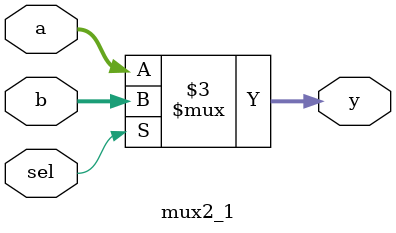
<source format=v>
module mux2_1(input sel, input [7:0] a,b, output reg [7:0] y);

	always @(*)
	begin
		if(sel)
			y = b;
		else
			y = a;
	end

endmodule
</source>
